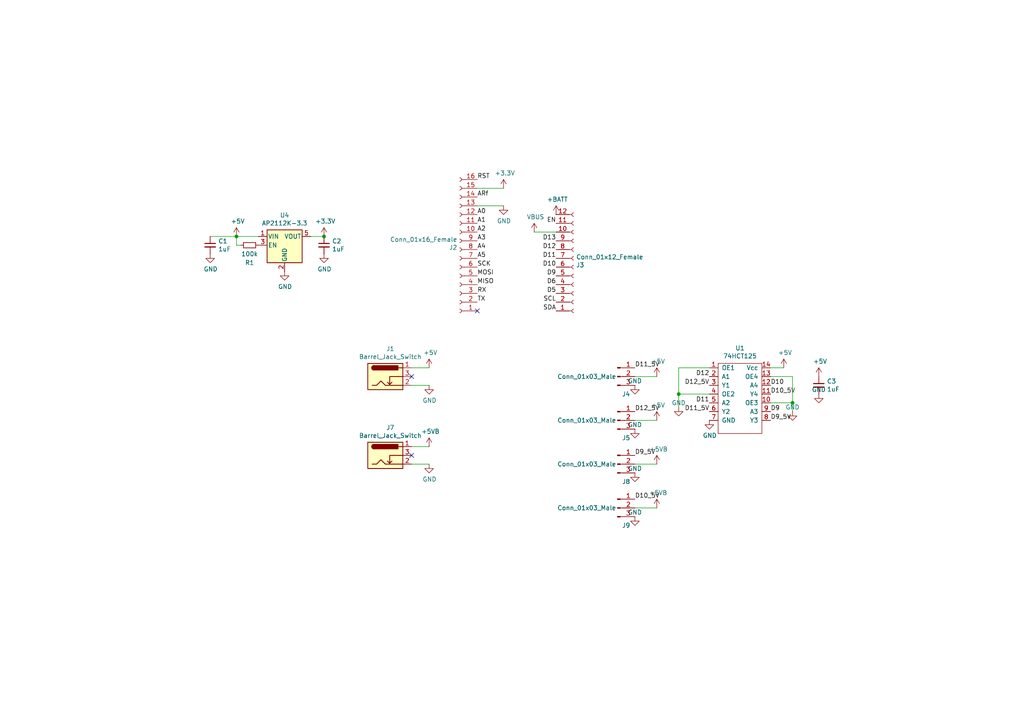
<source format=kicad_sch>
(kicad_sch (version 20250114) (generator "eeschema") (generator_version "9.0")
  (paper "A4")
  (lib_symbols
    (symbol "Connector:Barrel_Jack_Switch" (pin_names (hide yes))
      (property "Reference" "J" (at 0 5.334 0))
      (property "Value" "Barrel_Jack_Switch" (at 0 -5.08 0))
      (symbol "Barrel_Jack_Switch_0_1"
        (rectangle (start -5.08 3.81) (end 5.08 -3.81) (stroke (width 0.254)) (fill (type background)))
        (polyline (pts (xy -3.81 -2.54) (xy -2.54 -2.54) (xy -1.27 -1.27) (xy 0 -2.54) (xy 2.54 -2.54) (xy 5.08 -2.54)) (stroke (width 0.254)))
        (arc (start -3.302 1.905) (mid -3.9343 2.54) (end -3.302 3.175) (stroke (width 0.254)))
        (arc (start -3.302 1.905) (mid -3.9343 2.54) (end -3.302 3.175) (stroke (width 0.254)) (fill (type outline)))
        (polyline (pts (xy 1.27 -2.286) (xy 1.905 -1.651)) (stroke (width 0.254)))
        (rectangle (start 3.683 3.175) (end -3.302 1.905) (stroke (width 0.254)) (fill (type outline)))
        (polyline (pts (xy 5.08 2.54) (xy 3.81 2.54)) (stroke (width 0.254)))
        (polyline (pts (xy 5.08 0) (xy 1.27 0) (xy 1.27 -2.286) (xy 0.635 -1.651)) (stroke (width 0.254)))
      )
      (symbol "Barrel_Jack_Switch_1_1"
        (pin passive line (at 7.62 2.54 180) (length 2.54) (name "~") (number "1"))
        (pin passive line (at 7.62 0 180) (length 2.54) (name "~") (number "3"))
        (pin passive line (at 7.62 -2.54 180) (length 2.54) (name "~") (number "2"))
      )
    )
    (symbol "Connector:Conn_01x03_Pin" (pin_names (offset 1.016) (hide yes))
      (property "Reference" "J" (at 0 5.08 0))
      (property "Value" "Conn_01x03_Pin" (at 0 -5.08 0))
      (symbol "Conn_01x03_Pin_1_1"
        (rectangle (start 0.8636 2.667) (end 0 2.413) (stroke (width 0.1524)) (fill (type outline)))
        (rectangle (start 0.8636 0.127) (end 0 -0.127) (stroke (width 0.1524)) (fill (type outline)))
        (rectangle (start 0.8636 -2.413) (end 0 -2.667) (stroke (width 0.1524)) (fill (type outline)))
        (polyline (pts (xy 1.27 2.54) (xy 0.8636 2.54)) (stroke (width 0.1524)))
        (polyline (pts (xy 1.27 0) (xy 0.8636 0)) (stroke (width 0.1524)))
        (polyline (pts (xy 1.27 -2.54) (xy 0.8636 -2.54)) (stroke (width 0.1524)))
        (pin passive line (at 5.08 2.54 180) (length 3.81) (name "Pin_1") (number "1"))
        (pin passive line (at 5.08 0 180) (length 3.81) (name "Pin_2") (number "2"))
        (pin passive line (at 5.08 -2.54 180) (length 3.81) (name "Pin_3") (number "3"))
      )
    )
    (symbol "Connector:Conn_01x12_Socket" (pin_names (offset 1.016) (hide yes))
      (property "Reference" "J" (at 0 15.24 0))
      (property "Value" "Conn_01x12_Socket" (at 0 -17.78 0))
      (symbol "Conn_01x12_Socket_1_1"
        (polyline (pts (xy -1.27 12.7) (xy -0.508 12.7)) (stroke (width 0.1524)))
        (polyline (pts (xy -1.27 10.16) (xy -0.508 10.16)) (stroke (width 0.1524)))
        (polyline (pts (xy -1.27 7.62) (xy -0.508 7.62)) (stroke (width 0.1524)))
        (polyline (pts (xy -1.27 5.08) (xy -0.508 5.08)) (stroke (width 0.1524)))
        (polyline (pts (xy -1.27 2.54) (xy -0.508 2.54)) (stroke (width 0.1524)))
        (polyline (pts (xy -1.27 0) (xy -0.508 0)) (stroke (width 0.1524)))
        (polyline (pts (xy -1.27 -2.54) (xy -0.508 -2.54)) (stroke (width 0.1524)))
        (polyline (pts (xy -1.27 -5.08) (xy -0.508 -5.08)) (stroke (width 0.1524)))
        (polyline (pts (xy -1.27 -7.62) (xy -0.508 -7.62)) (stroke (width 0.1524)))
        (polyline (pts (xy -1.27 -10.16) (xy -0.508 -10.16)) (stroke (width 0.1524)))
        (polyline (pts (xy -1.27 -12.7) (xy -0.508 -12.7)) (stroke (width 0.1524)))
        (polyline (pts (xy -1.27 -15.24) (xy -0.508 -15.24)) (stroke (width 0.1524)))
        (arc (start 0 12.192) (mid -0.5058 12.7) (end 0 13.208) (stroke (width 0.1524)))
        (arc (start 0 9.652) (mid -0.5058 10.16) (end 0 10.668) (stroke (width 0.1524)))
        (arc (start 0 7.112) (mid -0.5058 7.62) (end 0 8.128) (stroke (width 0.1524)))
        (arc (start 0 4.572) (mid -0.5058 5.08) (end 0 5.588) (stroke (width 0.1524)))
        (arc (start 0 2.032) (mid -0.5058 2.54) (end 0 3.048) (stroke (width 0.1524)))
        (arc (start 0 -0.508) (mid -0.5058 0) (end 0 0.508) (stroke (width 0.1524)))
        (arc (start 0 -3.048) (mid -0.5058 -2.54) (end 0 -2.032) (stroke (width 0.1524)))
        (arc (start 0 -5.588) (mid -0.5058 -5.08) (end 0 -4.572) (stroke (width 0.1524)))
        (arc (start 0 -8.128) (mid -0.5058 -7.62) (end 0 -7.112) (stroke (width 0.1524)))
        (arc (start 0 -10.668) (mid -0.5058 -10.16) (end 0 -9.652) (stroke (width 0.1524)))
        (arc (start 0 -13.208) (mid -0.5058 -12.7) (end 0 -12.192) (stroke (width 0.1524)))
        (arc (start 0 -15.748) (mid -0.5058 -15.24) (end 0 -14.732) (stroke (width 0.1524)))
        (pin passive line (at -5.08 12.7 0) (length 3.81) (name "Pin_1") (number "1"))
        (pin passive line (at -5.08 10.16 0) (length 3.81) (name "Pin_2") (number "2"))
        (pin passive line (at -5.08 7.62 0) (length 3.81) (name "Pin_3") (number "3"))
        (pin passive line (at -5.08 5.08 0) (length 3.81) (name "Pin_4") (number "4"))
        (pin passive line (at -5.08 2.54 0) (length 3.81) (name "Pin_5") (number "5"))
        (pin passive line (at -5.08 0 0) (length 3.81) (name "Pin_6") (number "6"))
        (pin passive line (at -5.08 -2.54 0) (length 3.81) (name "Pin_7") (number "7"))
        (pin passive line (at -5.08 -5.08 0) (length 3.81) (name "Pin_8") (number "8"))
        (pin passive line (at -5.08 -7.62 0) (length 3.81) (name "Pin_9") (number "9"))
        (pin passive line (at -5.08 -10.16 0) (length 3.81) (name "Pin_10") (number "10"))
        (pin passive line (at -5.08 -12.7 0) (length 3.81) (name "Pin_11") (number "11"))
        (pin passive line (at -5.08 -15.24 0) (length 3.81) (name "Pin_12") (number "12"))
      )
    )
    (symbol "Connector:Conn_01x16_Socket" (pin_names (offset 1.016) (hide yes))
      (property "Reference" "J" (at 0 20.32 0))
      (property "Value" "Conn_01x16_Socket" (at 0 -22.86 0))
      (symbol "Conn_01x16_Socket_1_1"
        (polyline (pts (xy -1.27 17.78) (xy -0.508 17.78)) (stroke (width 0.1524)))
        (polyline (pts (xy -1.27 15.24) (xy -0.508 15.24)) (stroke (width 0.1524)))
        (polyline (pts (xy -1.27 12.7) (xy -0.508 12.7)) (stroke (width 0.1524)))
        (polyline (pts (xy -1.27 10.16) (xy -0.508 10.16)) (stroke (width 0.1524)))
        (polyline (pts (xy -1.27 7.62) (xy -0.508 7.62)) (stroke (width 0.1524)))
        (polyline (pts (xy -1.27 5.08) (xy -0.508 5.08)) (stroke (width 0.1524)))
        (polyline (pts (xy -1.27 2.54) (xy -0.508 2.54)) (stroke (width 0.1524)))
        (polyline (pts (xy -1.27 0) (xy -0.508 0)) (stroke (width 0.1524)))
        (polyline (pts (xy -1.27 -2.54) (xy -0.508 -2.54)) (stroke (width 0.1524)))
        (polyline (pts (xy -1.27 -5.08) (xy -0.508 -5.08)) (stroke (width 0.1524)))
        (polyline (pts (xy -1.27 -7.62) (xy -0.508 -7.62)) (stroke (width 0.1524)))
        (polyline (pts (xy -1.27 -10.16) (xy -0.508 -10.16)) (stroke (width 0.1524)))
        (polyline (pts (xy -1.27 -12.7) (xy -0.508 -12.7)) (stroke (width 0.1524)))
        (polyline (pts (xy -1.27 -15.24) (xy -0.508 -15.24)) (stroke (width 0.1524)))
        (polyline (pts (xy -1.27 -17.78) (xy -0.508 -17.78)) (stroke (width 0.1524)))
        (polyline (pts (xy -1.27 -20.32) (xy -0.508 -20.32)) (stroke (width 0.1524)))
        (arc (start 0 17.272) (mid -0.5058 17.78) (end 0 18.288) (stroke (width 0.1524)))
        (arc (start 0 14.732) (mid -0.5058 15.24) (end 0 15.748) (stroke (width 0.1524)))
        (arc (start 0 12.192) (mid -0.5058 12.7) (end 0 13.208) (stroke (width 0.1524)))
        (arc (start 0 9.652) (mid -0.5058 10.16) (end 0 10.668) (stroke (width 0.1524)))
        (arc (start 0 7.112) (mid -0.5058 7.62) (end 0 8.128) (stroke (width 0.1524)))
        (arc (start 0 4.572) (mid -0.5058 5.08) (end 0 5.588) (stroke (width 0.1524)))
        (arc (start 0 2.032) (mid -0.5058 2.54) (end 0 3.048) (stroke (width 0.1524)))
        (arc (start 0 -0.508) (mid -0.5058 0) (end 0 0.508) (stroke (width 0.1524)))
        (arc (start 0 -3.048) (mid -0.5058 -2.54) (end 0 -2.032) (stroke (width 0.1524)))
        (arc (start 0 -5.588) (mid -0.5058 -5.08) (end 0 -4.572) (stroke (width 0.1524)))
        (arc (start 0 -8.128) (mid -0.5058 -7.62) (end 0 -7.112) (stroke (width 0.1524)))
        (arc (start 0 -10.668) (mid -0.5058 -10.16) (end 0 -9.652) (stroke (width 0.1524)))
        (arc (start 0 -13.208) (mid -0.5058 -12.7) (end 0 -12.192) (stroke (width 0.1524)))
        (arc (start 0 -15.748) (mid -0.5058 -15.24) (end 0 -14.732) (stroke (width 0.1524)))
        (arc (start 0 -18.288) (mid -0.5058 -17.78) (end 0 -17.272) (stroke (width 0.1524)))
        (arc (start 0 -20.828) (mid -0.5058 -20.32) (end 0 -19.812) (stroke (width 0.1524)))
        (pin passive line (at -5.08 17.78 0) (length 3.81) (name "Pin_1") (number "1"))
        (pin passive line (at -5.08 15.24 0) (length 3.81) (name "Pin_2") (number "2"))
        (pin passive line (at -5.08 12.7 0) (length 3.81) (name "Pin_3") (number "3"))
        (pin passive line (at -5.08 10.16 0) (length 3.81) (name "Pin_4") (number "4"))
        (pin passive line (at -5.08 7.62 0) (length 3.81) (name "Pin_5") (number "5"))
        (pin passive line (at -5.08 5.08 0) (length 3.81) (name "Pin_6") (number "6"))
        (pin passive line (at -5.08 2.54 0) (length 3.81) (name "Pin_7") (number "7"))
        (pin passive line (at -5.08 0 0) (length 3.81) (name "Pin_8") (number "8"))
        (pin passive line (at -5.08 -2.54 0) (length 3.81) (name "Pin_9") (number "9"))
        (pin passive line (at -5.08 -5.08 0) (length 3.81) (name "Pin_10") (number "10"))
        (pin passive line (at -5.08 -7.62 0) (length 3.81) (name "Pin_11") (number "11"))
        (pin passive line (at -5.08 -10.16 0) (length 3.81) (name "Pin_12") (number "12"))
        (pin passive line (at -5.08 -12.7 0) (length 3.81) (name "Pin_13") (number "13"))
        (pin passive line (at -5.08 -15.24 0) (length 3.81) (name "Pin_14") (number "14"))
        (pin passive line (at -5.08 -17.78 0) (length 3.81) (name "Pin_15") (number "15"))
        (pin passive line (at -5.08 -20.32 0) (length 3.81) (name "Pin_16") (number "16"))
      )
    )
    (symbol "Device:C_Small" (pin_numbers (hide yes)) (pin_names (offset 0.254) (hide yes))
      (property "Reference" "C" (at 0.254 1.778 0))
      (property "Value" "C_Small" (at 0.254 -2.032 0))
      (symbol "C_Small_0_1"
        (polyline (pts (xy -1.524 0.508) (xy 1.524 0.508)) (stroke (width 0.3048)))
        (polyline (pts (xy -1.524 -0.508) (xy 1.524 -0.508)) (stroke (width 0.3302)))
      )
      (symbol "C_Small_1_1"
        (pin passive line (at 0 2.54 270) (length 2.032) (name "~") (number "1"))
        (pin passive line (at 0 -2.54 90) (length 2.032) (name "~") (number "2"))
      )
    )
    (symbol "Device:R_Small" (pin_numbers (hide yes)) (pin_names (offset 0.254) (hide yes))
      (property "Reference" "R" (at 0 0 90))
      (property "Value" "R_Small" (at 1.778 0 90))
      (symbol "R_Small_0_1"
        (rectangle (start -0.762 1.778) (end 0.762 -1.778) (stroke (width 0.2032)))
      )
      (symbol "R_Small_1_1"
        (pin passive line (at 0 2.54 270) (length 0.762) (name "~") (number "1"))
        (pin passive line (at 0 -2.54 90) (length 0.762) (name "~") (number "2"))
      )
    )
    (symbol "Regulator_Linear:AP2112K-3.3" (pin_names (offset 0.254))
      (property "Reference" "U" (at -5.08 5.715 0))
      (property "Value" "AP2112K-3.3" (at 0 5.715 0))
      (symbol "AP2112K-3.3_0_1"
        (rectangle (start -5.08 4.445) (end 5.08 -5.08) (stroke (width 0.254)) (fill (type background)))
      )
      (symbol "AP2112K-3.3_1_1"
        (pin power_in line (at -7.62 2.54 0) (length 2.54) (name "VIN") (number "1"))
        (pin input line (at -7.62 0 0) (length 2.54) (name "EN") (number "3"))
        (pin power_in line (at 0 -7.62 90) (length 2.54) (name "GND") (number "2"))
        (pin no_connect line (at 5.08 0 180) (length 2.54) (hide yes) (name "NC") (number "4"))
        (pin power_out line (at 7.62 2.54 180) (length 2.54) (name "VOUT") (number "5"))
      )
    )
    (symbol "additional-74xx:74HCT125" (pin_names (offset 1.016))
      (property "Reference" "U" (at 0 0 0))
      (property "Value" "74HCT125" (at 0 -11.43 0))
      (symbol "74HCT125_0_1"
        (rectangle (start -6.35 7.62) (end 6.35 -12.7))
      )
      (symbol "74HCT125_1_1"
        (pin input line (at -8.89 6.35 0) (length 2.54) (name "OE1") (number "1"))
        (pin input line (at -8.89 3.81 0) (length 2.54) (name "A1") (number "2"))
        (pin output line (at -8.89 1.27 0) (length 2.54) (name "Y1") (number "3"))
        (pin input line (at -8.89 -1.27 0) (length 2.54) (name "OE2") (number "4"))
        (pin input line (at -8.89 -3.81 0) (length 2.54) (name "A2") (number "5"))
        (pin output line (at -8.89 -6.35 0) (length 2.54) (name "Y2") (number "6"))
        (pin power_in line (at -8.89 -8.89 0) (length 2.54) (name "GND") (number "7"))
        (pin power_in line (at 8.89 6.35 180) (length 2.54) (name "Vcc") (number "14"))
        (pin input line (at 8.89 3.81 180) (length 2.54) (name "OE4") (number "13"))
        (pin input line (at 8.89 1.27 180) (length 2.54) (name "A4") (number "12"))
        (pin output line (at 8.89 -1.27 180) (length 2.54) (name "Y4") (number "11"))
        (pin input line (at 8.89 -3.81 180) (length 2.54) (name "OE3") (number "10"))
        (pin input line (at 8.89 -6.35 180) (length 2.54) (name "A3") (number "9"))
        (pin output line (at 8.89 -8.89 180) (length 2.54) (name "Y3") (number "8"))
      )
    )
    (symbol "power:+3.3V" (power) (pin_numbers (hide yes)) (pin_names (offset 0) (hide yes))
      (property "Value" "+3.3V" (at 0 3.556 0))
      (symbol "+3.3V_0_1"
        (polyline (pts (xy -0.762 1.27) (xy 0 2.54)))
        (polyline (pts (xy 0 2.54) (xy 0.762 1.27)))
        (polyline (pts (xy 0 0) (xy 0 2.54)))
      )
      (symbol "+3.3V_1_1"
        (pin power_in line (at 0 0 90) (length 0) (name "~") (number "1"))
      )
    )
    (symbol "power:+5V" (power) (pin_numbers (hide yes)) (pin_names (offset 0) (hide yes))
      (property "Value" "+5V" (at 0 3.556 0))
      (symbol "+5V_0_1"
        (polyline (pts (xy -0.762 1.27) (xy 0 2.54)))
        (polyline (pts (xy 0 2.54) (xy 0.762 1.27)))
        (polyline (pts (xy 0 0) (xy 0 2.54)))
      )
      (symbol "+5V_1_1"
        (pin power_in line (at 0 0 90) (length 0) (name "~") (number "1"))
      )
    )
    (symbol "power:+BATT" (power) (pin_numbers (hide yes)) (pin_names (offset 0) (hide yes))
      (property "Value" "+BATT" (at 0 3.556 0))
      (symbol "+BATT_0_1"
        (polyline (pts (xy -0.762 1.27) (xy 0 2.54)))
        (polyline (pts (xy 0 2.54) (xy 0.762 1.27)))
        (polyline (pts (xy 0 0) (xy 0 2.54)))
      )
      (symbol "+BATT_1_1"
        (pin power_in line (at 0 0 90) (length 0) (name "~") (number "1"))
      )
    )
    (symbol "power:GND" (power) (pin_numbers (hide yes)) (pin_names (offset 0) (hide yes))
      (property "Value" "GND" (at 0 -3.81 0))
      (symbol "GND_0_1"
        (polyline (pts (xy 0 0) (xy 0 -1.27) (xy 1.27 -1.27) (xy 0 -2.54) (xy -1.27 -1.27) (xy 0 -1.27)))
      )
      (symbol "GND_1_1"
        (pin power_in line (at 0 0 270) (length 0) (name "~") (number "1"))
      )
    )
    (symbol "power:VBUS" (power) (pin_numbers (hide yes)) (pin_names (offset 0) (hide yes))
      (property "Value" "VBUS" (at 0 3.556 0))
      (symbol "VBUS_0_1"
        (polyline (pts (xy -0.762 1.27) (xy 0 2.54)))
        (polyline (pts (xy 0 2.54) (xy 0.762 1.27)))
        (polyline (pts (xy 0 0) (xy 0 2.54)))
      )
      (symbol "VBUS_1_1"
        (pin power_in line (at 0 0 90) (length 0) (name "~") (number "1"))
      )
    )
  )
  (junction (at 93.98 68.58))
  (junction (at 68.58 68.58))
  (junction (at 196.85 114.3))
  (junction (at 229.87 116.84))
  (no_connect (at 138.43 90.17))
  (no_connect (at 119.38 109.22))
  (no_connect (at 119.38 132.08))
  (wire (pts (xy 68.58 71.12) (xy 68.58 68.58)))
  (wire (pts (xy 229.87 109.22) (xy 229.87 116.84)))
  (wire (pts (xy 196.85 106.68) (xy 196.85 114.3)))
  (wire (pts (xy 146.05 59.69) (xy 138.43 59.69)))
  (wire (pts (xy 69.85 71.12) (xy 68.58 71.12)))
  (wire (pts (xy 138.43 54.61) (xy 146.05 54.61)))
  (wire (pts (xy 154.94 67.31) (xy 161.29 67.31)))
  (wire (pts (xy 90.17 68.58) (xy 93.98 68.58)))
  (wire (pts (xy 223.52 109.22) (xy 229.87 109.22)))
  (wire (pts (xy 68.58 68.58) (xy 60.96 68.58)))
  (wire (pts (xy 196.85 114.3) (xy 196.85 118.11)))
  (wire (pts (xy 229.87 116.84) (xy 229.87 119.38)))
  (wire (pts (xy 119.38 129.54) (xy 124.46 129.54)))
  (wire (pts (xy 223.52 116.84) (xy 229.87 116.84)))
  (wire (pts (xy 205.74 114.3) (xy 196.85 114.3)))
  (wire (pts (xy 223.52 106.68) (xy 227.33 106.68)))
  (wire (pts (xy 184.15 121.92) (xy 190.5 121.92)))
  (wire (pts (xy 74.93 68.58) (xy 68.58 68.58)))
  (wire (pts (xy 119.38 111.76) (xy 124.46 111.76)))
  (wire (pts (xy 119.38 134.62) (xy 124.46 134.62)))
  (wire (pts (xy 184.15 134.62) (xy 190.5 134.62)))
  (wire (pts (xy 184.15 147.32) (xy 190.5 147.32)))
  (wire (pts (xy 119.38 106.68) (xy 124.46 106.68)))
  (wire (pts (xy 184.15 109.22) (xy 190.5 109.22)))
  (wire (pts (xy 205.74 106.68) (xy 196.85 106.68)))
  (label "D12" (at 205.74 109.22 180))
  (label "MISO" (at 138.43 82.55 0))
  (label "ARf" (at 138.43 57.15 0))
  (label "A1" (at 138.43 64.77 0))
  (label "SCL" (at 161.29 87.63 180))
  (label "D9_5V" (at 223.52 121.92 0))
  (label "D11" (at 161.29 74.93 180))
  (label "D13" (at 161.29 69.85 180))
  (label "RST" (at 138.43 52.07 0))
  (label "D10" (at 223.52 111.76 0))
  (label "D11_5V" (at 184.15 106.68 0))
  (label "D10" (at 161.29 77.47 180))
  (label "D6" (at 161.29 82.55 180))
  (label "D12" (at 161.29 72.39 180))
  (label "D9" (at 223.52 119.38 0))
  (label "A4" (at 138.43 72.39 0))
  (label "D10_5V" (at 223.52 114.3 0))
  (label "A5" (at 138.43 74.93 0))
  (label "TX" (at 138.43 87.63 0))
  (label "D12_5V" (at 205.74 111.76 180))
  (label "D11" (at 205.74 116.84 180))
  (label "EN" (at 161.29 64.77 180))
  (label "RX" (at 138.43 85.09 0))
  (label "A3" (at 138.43 69.85 0))
  (label "D12_5V" (at 184.15 119.38 0))
  (label "SDA" (at 161.29 90.17 180))
  (label "A2" (at 138.43 67.31 0))
  (label "D11_5V" (at 205.74 119.38 180))
  (label "A0" (at 138.43 62.23 0))
  (label "D9_5V" (at 184.15 132.08 0))
  (label "SCK" (at 138.43 77.47 0))
  (label "MOSI" (at 138.43 80.01 0))
  (label "D10_5V" (at 184.15 144.78 0))
  (label "D9" (at 161.29 80.01 180))
  (label "D5" (at 161.29 85.09 180))
  (symbol (lib_id "Connector:Conn_01x12_Socket") (at 166.37 77.47 0) (mirror x) (unit 1)
    (property "Reference" "J3" (at 167.0812 76.8604 0) (effects (justify left)))
    (property "Value" "Conn_01x12_Female" (at 167.0812 74.549 0) (effects (justify left)))
    (property "Footprint" "Connector_PinSocket_2.54mm:PinSocket_1x12_P2.54mm_Vertical" (effects (hide yes)))
    (property "Description" "Generic connector, single row, 01x12, script generated" (effects (hide yes)))
  )
  (symbol (lib_id "Connector:Conn_01x16_Socket") (at 133.35 72.39 180) (unit 1)
    (property "Reference" "J2" (at 132.6388 71.7804 0) (effects (justify left)))
    (property "Value" "Conn_01x16_Female" (at 132.6388 69.469 0) (effects (justify left)))
    (property "Footprint" "Connector_PinSocket_2.54mm:PinSocket_1x16_P2.54mm_Vertical" (effects (hide yes)))
    (property "Description" "Generic connector, single row, 01x16, script generated" (effects (hide yes)))
  )
  (symbol (lib_id "Connector:Conn_01x03_Pin") (at 179.07 109.22 0) (unit 1)
    (property "Reference" "J4" (at 181.61 114.3 0))
    (property "Value" "Conn_01x03_Male" (at 170.18 109.22 0))
    (property "Footprint" "Connector_JST:JST_PH_S3B-PH-K_1x03_P2.00mm_Horizontal" (effects (hide yes)))
    (property "Description" "Generic connector, single row, 01x03, script generated" (effects (hide yes)))
  )
  (symbol (lib_id "Connector:Conn_01x03_Pin") (at 179.07 121.92 0) (unit 1)
    (property "Reference" "J5" (at 181.61 127 0))
    (property "Value" "Conn_01x03_Male" (at 170.18 121.92 0))
    (property "Footprint" "Connector_JST:JST_PH_S3B-PH-K_1x03_P2.00mm_Horizontal" (effects (hide yes)))
    (property "Description" "Generic connector, single row, 01x03, script generated" (effects (hide yes)))
  )
  (symbol (lib_id "Connector:Barrel_Jack_Switch") (at 111.76 109.22 0) (unit 1)
    (property "Reference" "J1" (at 113.2078 101.1682 0))
    (property "Value" "Barrel_Jack_Switch" (at 113.2078 103.4796 0))
    (property "Footprint" "Connector_BarrelJack:BarrelJack_CUI_PJ-102AH_Horizontal" (effects (hide yes)))
  )
  (symbol (lib_id "power:+3.3V") (at 146.05 54.61 0) (unit 1)
    (property "Reference" "#PWR0101" (effects (hide yes)))
    (property "Value" "+3.3V" (at 146.431 50.2158 0))
  )
  (symbol (lib_id "power:GND") (at 146.05 59.69 0) (unit 1)
    (property "Reference" "#PWR0102" (effects (hide yes)))
    (property "Value" "GND" (at 146.177 64.0842 0))
  )
  (symbol (lib_id "power:+BATT") (at 161.29 62.23 0) (unit 1)
    (property "Reference" "#PWR0103" (effects (hide yes)))
    (property "Value" "+BATT" (at 161.671 57.8358 0))
  )
  (symbol (lib_id "power:VBUS") (at 154.94 67.31 0) (unit 1)
    (property "Reference" "#PWR0104" (effects (hide yes)))
    (property "Value" "VBUS" (at 155.321 62.9158 0))
  )
  (symbol (lib_id "power:+5V") (at 124.46 106.68 0) (unit 1)
    (property "Reference" "#PWR0105" (effects (hide yes)))
    (property "Value" "+5V" (at 124.841 102.2858 0))
  )
  (symbol (lib_id "power:GND") (at 124.46 111.76 0) (unit 1)
    (property "Reference" "#PWR0106" (effects (hide yes)))
    (property "Value" "GND" (at 124.587 116.1542 0))
  )
  (symbol (lib_id "additional-74xx:74HCT125") (at 214.63 113.03 0) (unit 1)
    (property "Reference" "U1" (at 214.63 100.965 0))
    (property "Value" "74HCT125" (at 214.63 103.2764 0))
    (property "Footprint" "Package_SO:TSSOP-14_4.4x5mm_P0.65mm" (effects (hide yes)))
  )
  (symbol (lib_id "power:+5V") (at 190.5 109.22 0) (unit 1)
    (property "Reference" "#PWR0109" (effects (hide yes)))
    (property "Value" "+5V" (at 190.881 104.8258 0))
  )
  (symbol (lib_id "power:+5V") (at 190.5 121.92 0) (unit 1)
    (property "Reference" "#PWR0110" (effects (hide yes)))
    (property "Value" "+5V" (at 190.881 117.5258 0))
  )
  (symbol (lib_id "power:GND") (at 184.15 111.76 0) (unit 1)
    (property "Reference" "#PWR0111" (effects (hide yes)))
    (property "Value" "GND" (at 184.15 110.49 0))
  )
  (symbol (lib_id "power:GND") (at 184.15 124.46 0) (unit 1)
    (property "Reference" "#PWR0112" (effects (hide yes)))
    (property "Value" "GND" (at 184.15 123.19 0))
  )
  (symbol (lib_id "power:+5V") (at 227.33 106.68 0) (unit 1)
    (property "Reference" "#PWR0113" (effects (hide yes)))
    (property "Value" "+5V" (at 227.711 102.2858 0))
  )
  (symbol (lib_id "power:GND") (at 205.74 121.92 0) (unit 1)
    (property "Reference" "#PWR0114" (effects (hide yes)))
    (property "Value" "GND" (at 205.867 126.3142 0))
  )
  (symbol (lib_id "Regulator_Linear:AP2112K-3.3") (at 82.55 71.12 0) (unit 1)
    (property "Reference" "U4" (at 82.55 62.4332 0))
    (property "Value" "AP2112K-3.3" (at 82.55 64.7446 0))
    (property "Footprint" "Package_TO_SOT_SMD:SOT-23-5" (effects (hide yes)))
    (property "Datasheet" "https://www.diodes.com/assets/Datasheets/AP2112.pdf" (effects (hide yes)))
  )
  (symbol (lib_id "power:GND") (at 229.87 119.38 0) (unit 1)
    (property "Reference" "#PWR0115" (effects (hide yes)))
    (property "Value" "GND" (at 229.87 118.11 0))
  )
  (symbol (lib_id "Device:C_Small") (at 93.98 71.12 0) (unit 1)
    (property "Reference" "C2" (at 96.3168 69.9516 0) (effects (justify left)))
    (property "Value" "1uF" (at 96.3168 72.263 0) (effects (justify left)))
    (property "Footprint" "Capacitor_SMD:C_0603_1608Metric_Pad1.05x0.95mm_HandSolder" (effects (hide yes)))
  )
  (symbol (lib_id "Device:C_Small") (at 60.96 71.12 0) (unit 1)
    (property "Reference" "C1" (at 63.2968 69.9516 0) (effects (justify left)))
    (property "Value" "1uF" (at 63.2968 72.263 0) (effects (justify left)))
    (property "Footprint" "Capacitor_SMD:C_0603_1608Metric_Pad1.05x0.95mm_HandSolder" (effects (hide yes)))
  )
  (symbol (lib_id "Device:R_Small") (at 72.39 71.12 270) (unit 1)
    (property "Reference" "R1" (at 72.39 76.2 90))
    (property "Value" "100k" (at 72.39 73.66 90))
    (property "Footprint" "Resistor_SMD:R_0603_1608Metric_Pad1.05x0.95mm_HandSolder" (effects (hide yes)))
  )
  (symbol (lib_id "power:GND") (at 82.55 78.74 0) (unit 1)
    (property "Reference" "#PWR0121" (effects (hide yes)))
    (property "Value" "GND" (at 82.677 83.1342 0))
  )
  (symbol (lib_id "power:GND") (at 60.96 73.66 0) (unit 1)
    (property "Reference" "#PWR0122" (effects (hide yes)))
    (property "Value" "GND" (at 61.087 78.0542 0))
  )
  (symbol (lib_id "power:GND") (at 93.98 73.66 0) (unit 1)
    (property "Reference" "#PWR0123" (effects (hide yes)))
    (property "Value" "GND" (at 94.107 78.0542 0))
  )
  (symbol (lib_id "power:+3.3V") (at 93.98 68.58 0) (unit 1)
    (property "Reference" "#PWR0124" (effects (hide yes)))
    (property "Value" "+3.3V" (at 94.361 64.1858 0))
  )
  (symbol (lib_id "power:GND") (at 196.85 118.11 0) (unit 1)
    (property "Reference" "#PWR0116" (effects (hide yes)))
    (property "Value" "GND" (at 196.85 116.84 0))
  )
  (symbol (lib_id "power:+5V") (at 68.58 68.58 0) (unit 1)
    (property "Reference" "#PWR0125" (effects (hide yes)))
    (property "Value" "+5V" (at 68.961 64.1858 0))
  )
  (symbol (lib_id "Device:C_Small") (at 237.49 111.76 0) (unit 1)
    (property "Reference" "C3" (at 239.8268 110.5916 0) (effects (justify left)))
    (property "Value" "1uF" (at 239.8268 112.903 0) (effects (justify left)))
    (property "Footprint" "Capacitor_SMD:C_0603_1608Metric_Pad1.05x0.95mm_HandSolder" (effects (hide yes)))
  )
  (symbol (lib_id "power:+5V") (at 237.49 109.22 0) (unit 1)
    (property "Reference" "#PWR0126" (effects (hide yes)))
    (property "Value" "+5V" (at 237.871 104.8258 0))
  )
  (symbol (lib_id "power:GND") (at 237.49 114.3 0) (unit 1)
    (property "Reference" "#PWR0127" (effects (hide yes)))
    (property "Value" "GND" (at 237.49 113.03 0))
  )
  (symbol (lib_id "power:GND") (at 184.15 149.86 0) (unit 1)
    (property "Reference" "#PWR05" (effects (hide yes)))
    (property "Value" "GND" (at 184.15 148.59 0))
  )
  (symbol (lib_id "power:+5V") (at 190.5 134.62 0) (unit 1)
    (property "Reference" "#PWR04" (effects (hide yes)))
    (property "Value" "+5VB" (at 191.008 130.302 0))
  )
  (symbol (lib_id "Connector:Conn_01x03_Pin") (at 179.07 134.62 0) (unit 1)
    (property "Reference" "J8" (at 181.61 139.7 0))
    (property "Value" "Conn_01x03_Male" (at 170.18 134.62 0))
    (property "Footprint" "Connector_JST:JST_PH_S3B-PH-K_1x03_P2.00mm_Horizontal" (effects (hide yes)))
    (property "Description" "Generic connector, single row, 01x03, script generated" (effects (hide yes)))
  )
  (symbol (lib_id "power:GND") (at 184.15 137.16 0) (unit 1)
    (property "Reference" "#PWR03" (effects (hide yes)))
    (property "Value" "GND" (at 184.15 135.89 0))
  )
  (symbol (lib_id "power:+5V") (at 190.5 147.32 0) (unit 1)
    (property "Reference" "#PWR06" (effects (hide yes)))
    (property "Value" "+5VB" (at 190.881 142.9258 0))
  )
  (symbol (lib_id "power:GND") (at 124.46 134.62 0) (unit 1)
    (property "Reference" "#PWR02" (effects (hide yes)))
    (property "Value" "GND" (at 124.587 139.0142 0))
  )
  (symbol (lib_id "Connector:Barrel_Jack_Switch") (at 111.76 132.08 0) (unit 1)
    (property "Reference" "J7" (at 113.2078 124.0282 0))
    (property "Value" "Barrel_Jack_Switch" (at 113.2078 126.3396 0))
    (property "Footprint" "Connector_BarrelJack:BarrelJack_CUI_PJ-102AH_Horizontal" (effects (hide yes)))
  )
  (symbol (lib_id "Connector:Conn_01x03_Pin") (at 179.07 147.32 0) (unit 1)
    (property "Reference" "J9" (at 181.61 152.4 0))
    (property "Value" "Conn_01x03_Male" (at 170.18 147.32 0))
    (property "Footprint" "Connector_JST:JST_PH_S3B-PH-K_1x03_P2.00mm_Horizontal" (effects (hide yes)))
    (property "Description" "Generic connector, single row, 01x03, script generated" (effects (hide yes)))
  )
  (symbol (lib_id "power:+5V") (at 124.46 129.54 0) (unit 1)
    (property "Reference" "#PWR01" (effects (hide yes)))
    (property "Value" "+5VB" (at 124.841 125.1458 0))
  )
)
</source>
